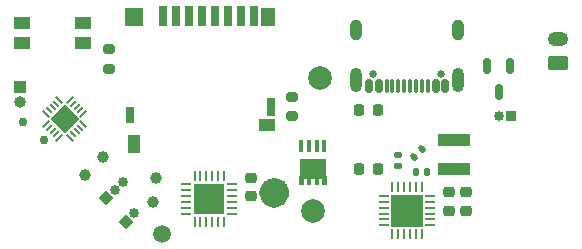
<source format=gbr>
%TF.GenerationSoftware,KiCad,Pcbnew,9.0.1-rc2-202503292320~1d443ca74c~ubuntu24.04.1*%
%TF.CreationDate,2025-04-04T23:21:44+10:00*%
%TF.ProjectId,Stormbreaker,53746f72-6d62-4726-9561-6b65722e6b69,rev?*%
%TF.SameCoordinates,Original*%
%TF.FileFunction,Soldermask,Top*%
%TF.FilePolarity,Negative*%
%FSLAX46Y46*%
G04 Gerber Fmt 4.6, Leading zero omitted, Abs format (unit mm)*
G04 Created by KiCad (PCBNEW 9.0.1-rc2-202503292320~1d443ca74c~ubuntu24.04.1) date 2025-04-04 23:21:44*
%MOMM*%
%LPD*%
G01*
G04 APERTURE LIST*
G04 Aperture macros list*
%AMRoundRect*
0 Rectangle with rounded corners*
0 $1 Rounding radius*
0 $2 $3 $4 $5 $6 $7 $8 $9 X,Y pos of 4 corners*
0 Add a 4 corners polygon primitive as box body*
4,1,4,$2,$3,$4,$5,$6,$7,$8,$9,$2,$3,0*
0 Add four circle primitives for the rounded corners*
1,1,$1+$1,$2,$3*
1,1,$1+$1,$4,$5*
1,1,$1+$1,$6,$7*
1,1,$1+$1,$8,$9*
0 Add four rect primitives between the rounded corners*
20,1,$1+$1,$2,$3,$4,$5,0*
20,1,$1+$1,$4,$5,$6,$7,0*
20,1,$1+$1,$6,$7,$8,$9,0*
20,1,$1+$1,$8,$9,$2,$3,0*%
%AMHorizOval*
0 Thick line with rounded ends*
0 $1 width*
0 $2 $3 position (X,Y) of the first rounded end (center of the circle)*
0 $4 $5 position (X,Y) of the second rounded end (center of the circle)*
0 Add line between two ends*
20,1,$1,$2,$3,$4,$5,0*
0 Add two circle primitives to create the rounded ends*
1,1,$1,$2,$3*
1,1,$1,$4,$5*%
%AMRotRect*
0 Rectangle, with rotation*
0 The origin of the aperture is its center*
0 $1 length*
0 $2 width*
0 $3 Rotation angle, in degrees counterclockwise*
0 Add horizontal line*
21,1,$1,$2,0,0,$3*%
%AMFreePoly0*
4,1,14,0.334644,0.085355,0.385355,0.034644,0.400000,-0.000711,0.400000,-0.050000,0.385355,-0.085355,0.350000,-0.100000,-0.350000,-0.100000,-0.385355,-0.085355,-0.400000,-0.050000,-0.400000,0.050000,-0.385355,0.085355,-0.350000,0.100000,0.299289,0.100000,0.334644,0.085355,0.334644,0.085355,$1*%
%AMFreePoly1*
4,1,14,0.385355,0.085355,0.400000,0.050000,0.400000,0.000711,0.385355,-0.034644,0.334644,-0.085355,0.299289,-0.100000,-0.350000,-0.100000,-0.385355,-0.085355,-0.400000,-0.050000,-0.400000,0.050000,-0.385355,0.085355,-0.350000,0.100000,0.350000,0.100000,0.385355,0.085355,0.385355,0.085355,$1*%
%AMFreePoly2*
4,1,14,0.085355,0.385355,0.100000,0.350000,0.100000,-0.350000,0.085355,-0.385355,0.050000,-0.400000,-0.050000,-0.400000,-0.085355,-0.385355,-0.100000,-0.350000,-0.100000,0.299289,-0.085355,0.334644,-0.034644,0.385355,0.000711,0.400000,0.050000,0.400000,0.085355,0.385355,0.085355,0.385355,$1*%
%AMFreePoly3*
4,1,14,0.034644,0.385355,0.085355,0.334644,0.100000,0.299289,0.100000,-0.350000,0.085355,-0.385355,0.050000,-0.400000,-0.050000,-0.400000,-0.085355,-0.385355,-0.100000,-0.350000,-0.100000,0.350000,-0.085355,0.385355,-0.050000,0.400000,-0.000711,0.400000,0.034644,0.385355,0.034644,0.385355,$1*%
%AMFreePoly4*
4,1,14,0.385355,0.085355,0.400000,0.050000,0.400000,-0.050000,0.385355,-0.085355,0.350000,-0.100000,-0.299289,-0.100000,-0.334644,-0.085355,-0.385355,-0.034644,-0.400000,0.000711,-0.400000,0.050000,-0.385355,0.085355,-0.350000,0.100000,0.350000,0.100000,0.385355,0.085355,0.385355,0.085355,$1*%
%AMFreePoly5*
4,1,14,0.385355,0.085355,0.400000,0.050000,0.400000,-0.050000,0.385355,-0.085355,0.350000,-0.100000,-0.350000,-0.100000,-0.385355,-0.085355,-0.400000,-0.050000,-0.400000,-0.000711,-0.385355,0.034644,-0.334644,0.085355,-0.299289,0.100000,0.350000,0.100000,0.385355,0.085355,0.385355,0.085355,$1*%
%AMFreePoly6*
4,1,14,0.085355,0.385355,0.100000,0.350000,0.100000,-0.299289,0.085355,-0.334644,0.034644,-0.385355,-0.000711,-0.400000,-0.050000,-0.400000,-0.085355,-0.385355,-0.100000,-0.350000,-0.100000,0.350000,-0.085355,0.385355,-0.050000,0.400000,0.050000,0.400000,0.085355,0.385355,0.085355,0.385355,$1*%
%AMFreePoly7*
4,1,14,0.085355,0.385355,0.100000,0.350000,0.100000,-0.350000,0.085355,-0.385355,0.050000,-0.400000,0.000711,-0.400000,-0.034644,-0.385355,-0.085355,-0.334644,-0.100000,-0.299289,-0.100000,0.350000,-0.085355,0.385355,-0.050000,0.400000,0.050000,0.400000,0.085355,0.385355,0.085355,0.385355,$1*%
%AMFreePoly8*
4,1,21,1.372500,0.787500,0.862500,0.787500,0.862500,0.532500,1.372500,0.532500,1.372500,0.127500,0.862500,0.127500,0.862500,-0.127500,1.372500,-0.127500,1.372500,-0.532500,0.862500,-0.532500,0.862500,-0.787500,1.372500,-0.787500,1.372500,-1.195000,0.612500,-1.195000,0.612500,-1.117500,-0.862500,-1.117500,-0.862500,1.117500,0.612500,1.117500,0.612500,1.195000,1.372500,1.195000,
1.372500,0.787500,1.372500,0.787500,$1*%
G04 Aperture macros list end*
%ADD10C,1.300000*%
%ADD11C,1.000000*%
%ADD12RoundRect,0.225000X0.250000X-0.225000X0.250000X0.225000X-0.250000X0.225000X-0.250000X-0.225000X0*%
%ADD13RoundRect,0.062500X-0.350000X-0.062500X0.350000X-0.062500X0.350000X0.062500X-0.350000X0.062500X0*%
%ADD14RoundRect,0.062500X-0.062500X-0.350000X0.062500X-0.350000X0.062500X0.350000X-0.062500X0.350000X0*%
%ADD15R,2.700000X2.700000*%
%ADD16FreePoly0,315.000000*%
%ADD17RoundRect,0.050000X-0.282843X0.212132X0.212132X-0.282843X0.282843X-0.212132X-0.212132X0.282843X0*%
%ADD18FreePoly1,315.000000*%
%ADD19FreePoly2,315.000000*%
%ADD20RoundRect,0.050000X-0.282843X-0.212132X-0.212132X-0.282843X0.282843X0.212132X0.212132X0.282843X0*%
%ADD21FreePoly3,315.000000*%
%ADD22FreePoly4,315.000000*%
%ADD23FreePoly5,315.000000*%
%ADD24FreePoly6,315.000000*%
%ADD25FreePoly7,315.000000*%
%ADD26RotRect,1.700000X1.700000X315.000000*%
%ADD27RoundRect,0.140000X-0.021213X0.219203X-0.219203X0.021213X0.021213X-0.219203X0.219203X-0.021213X0*%
%ADD28RoundRect,0.140000X-0.170000X0.140000X-0.170000X-0.140000X0.170000X-0.140000X0.170000X0.140000X0*%
%ADD29C,0.750000*%
%ADD30RoundRect,0.062500X-0.375000X-0.062500X0.375000X-0.062500X0.375000X0.062500X-0.375000X0.062500X0*%
%ADD31RoundRect,0.062500X-0.062500X-0.375000X0.062500X-0.375000X0.062500X0.375000X-0.062500X0.375000X0*%
%ADD32R,2.500000X2.500000*%
%ADD33RotRect,0.850000X0.850000X135.000000*%
%ADD34HorizOval,0.850000X0.000000X0.000000X0.000000X0.000000X0*%
%ADD35C,0.650000*%
%ADD36RoundRect,0.150000X0.150000X0.425000X-0.150000X0.425000X-0.150000X-0.425000X0.150000X-0.425000X0*%
%ADD37RoundRect,0.075000X0.075000X0.500000X-0.075000X0.500000X-0.075000X-0.500000X0.075000X-0.500000X0*%
%ADD38O,1.000000X2.100000*%
%ADD39O,1.000000X1.800000*%
%ADD40RoundRect,0.225000X0.225000X0.250000X-0.225000X0.250000X-0.225000X-0.250000X0.225000X-0.250000X0*%
%ADD41RoundRect,0.250000X0.625000X-0.350000X0.625000X0.350000X-0.625000X0.350000X-0.625000X-0.350000X0*%
%ADD42O,1.750000X1.200000*%
%ADD43R,1.450000X1.000000*%
%ADD44RoundRect,0.150000X-0.150000X0.512500X-0.150000X-0.512500X0.150000X-0.512500X0.150000X0.512500X0*%
%ADD45R,0.405000X0.990000*%
%ADD46FreePoly8,270.000000*%
%ADD47R,0.700000X1.750000*%
%ADD48R,1.000000X1.550000*%
%ADD49R,0.800000X1.500000*%
%ADD50R,1.300000X1.500000*%
%ADD51R,1.500000X1.500000*%
%ADD52R,0.800000X1.400000*%
%ADD53C,0.850000*%
%ADD54R,0.850000X0.850000*%
%ADD55O,0.850000X0.850000*%
%ADD56R,1.000000X1.000000*%
%ADD57O,1.000000X1.000000*%
%ADD58C,2.000000*%
%ADD59RoundRect,0.200000X0.275000X-0.200000X0.275000X0.200000X-0.275000X0.200000X-0.275000X-0.200000X0*%
%ADD60C,1.500000*%
%ADD61RoundRect,0.200000X-0.275000X0.200000X-0.275000X-0.200000X0.275000X-0.200000X0.275000X0.200000X0*%
%ADD62R,2.700000X1.050000*%
%ADD63RoundRect,0.140000X0.140000X0.170000X-0.140000X0.170000X-0.140000X-0.170000X0.140000X-0.170000X0*%
G04 APERTURE END LIST*
D10*
X137400000Y-57000000D02*
G75*
G02*
X136100000Y-57000000I-650000J0D01*
G01*
X136100000Y-57000000D02*
G75*
G02*
X137400000Y-57000000I650000J0D01*
G01*
D11*
%TO.C,TP1*%
X126500000Y-57750000D03*
%TD*%
D12*
%TO.C,C5*%
X151500000Y-58500000D03*
X151500000Y-56950000D03*
%TD*%
D13*
%TO.C,U1*%
X146037500Y-57250000D03*
X146037500Y-57750000D03*
X146037500Y-58250000D03*
X146037500Y-58750000D03*
X146037500Y-59250000D03*
X146037500Y-59750000D03*
D14*
X146750000Y-60462500D03*
X147250000Y-60462500D03*
X147750000Y-60462500D03*
X148250000Y-60462500D03*
X148750000Y-60462500D03*
X149250000Y-60462500D03*
D13*
X149962500Y-59750000D03*
X149962500Y-59250000D03*
X149962500Y-58750000D03*
X149962500Y-58250000D03*
X149962500Y-57750000D03*
X149962500Y-57250000D03*
D14*
X149250000Y-56537500D03*
X148750000Y-56537500D03*
X148250000Y-56537500D03*
X147750000Y-56537500D03*
X147250000Y-56537500D03*
X146750000Y-56537500D03*
D15*
X148000000Y-58500000D03*
%TD*%
D16*
%TO.C,U3*%
X118540381Y-49159010D03*
D17*
X118257538Y-49441852D03*
X117974695Y-49724695D03*
X117691852Y-50007538D03*
D18*
X117409010Y-50290381D03*
D19*
X117409010Y-51209619D03*
D20*
X117691852Y-51492462D03*
X117974695Y-51775305D03*
X118257538Y-52058148D03*
D21*
X118540381Y-52340990D03*
D22*
X119459619Y-52340990D03*
D17*
X119742462Y-52058148D03*
X120025305Y-51775305D03*
X120308148Y-51492462D03*
D23*
X120590990Y-51209619D03*
D24*
X120590990Y-50290381D03*
D20*
X120308148Y-50007538D03*
X120025305Y-49724695D03*
X119742462Y-49441852D03*
D25*
X119459619Y-49159010D03*
D26*
X119000000Y-50750000D03*
%TD*%
D27*
%TO.C,C4*%
X149279411Y-53250000D03*
X148600589Y-53928822D03*
%TD*%
D11*
%TO.C,TP7*%
X120750000Y-55500000D03*
%TD*%
%TO.C,TP2*%
X126750000Y-55750000D03*
%TD*%
D28*
%TO.C,C7*%
X147250000Y-53790000D03*
X147250000Y-54750000D03*
%TD*%
D29*
%TO.C,TP11*%
X117250000Y-52500000D03*
%TD*%
D30*
%TO.C,U2*%
X129312500Y-56250000D03*
X129312500Y-56750000D03*
X129312500Y-57250000D03*
X129312500Y-57750000D03*
X129312500Y-58250000D03*
X129312500Y-58750000D03*
D31*
X130000000Y-59437500D03*
X130500000Y-59437500D03*
X131000000Y-59437500D03*
X131500000Y-59437500D03*
X132000000Y-59437500D03*
X132500000Y-59437500D03*
D30*
X133187500Y-58750000D03*
X133187500Y-58250000D03*
X133187500Y-57750000D03*
X133187500Y-57250000D03*
X133187500Y-56750000D03*
X133187500Y-56250000D03*
D31*
X132500000Y-55562500D03*
X132000000Y-55562500D03*
X131500000Y-55562500D03*
X131000000Y-55562500D03*
X130500000Y-55562500D03*
X130000000Y-55562500D03*
D32*
X131250000Y-57500000D03*
%TD*%
D12*
%TO.C,C6*%
X153000000Y-58500000D03*
X153000000Y-56950000D03*
%TD*%
D33*
%TO.C,J3*%
X122542893Y-57457107D03*
D34*
X123250000Y-56750000D03*
X123957107Y-56042893D03*
%TD*%
D35*
%TO.C,J2*%
X150890000Y-46915000D03*
X145110000Y-46915000D03*
D36*
X151200000Y-47990000D03*
X150400000Y-47990000D03*
D37*
X149250000Y-47990000D03*
X148250000Y-47990000D03*
X147750000Y-47990000D03*
X146750000Y-47990000D03*
D36*
X145600000Y-47990000D03*
X144800000Y-47990000D03*
X144800000Y-47990000D03*
X145600000Y-47990000D03*
D37*
X146250000Y-47990000D03*
X147250000Y-47990000D03*
X148750000Y-47990000D03*
X149750000Y-47990000D03*
D36*
X150400000Y-47990000D03*
X151200000Y-47990000D03*
D38*
X152320000Y-47415000D03*
D39*
X152320000Y-43235000D03*
D38*
X143680000Y-47415000D03*
D39*
X143680000Y-43235000D03*
%TD*%
D40*
%TO.C,C1*%
X145500000Y-55000000D03*
X143950000Y-55000000D03*
%TD*%
D41*
%TO.C,BT2*%
X160750000Y-46000000D03*
D42*
X160750000Y-44000000D03*
%TD*%
D43*
%TO.C,SW1*%
X115425000Y-42650000D03*
X120575000Y-42650000D03*
X115425000Y-44350000D03*
X120575000Y-44350000D03*
%TD*%
D11*
%TO.C,TP6*%
X122250000Y-54000000D03*
%TD*%
D44*
%TO.C,Q2*%
X156700000Y-46225000D03*
X154800000Y-46225000D03*
X155750000Y-48500000D03*
%TD*%
D45*
%TO.C,Q1*%
X140990000Y-53007500D03*
X140330000Y-53007500D03*
X139670000Y-53007500D03*
X139010000Y-53007500D03*
D46*
X140000000Y-55000000D03*
%TD*%
D40*
%TO.C,C14*%
X145500000Y-50000000D03*
X143950000Y-50000000D03*
%TD*%
D47*
%TO.C,J1*%
X127305000Y-42025000D03*
X128405000Y-42025000D03*
X129505000Y-42025000D03*
X130605000Y-42025000D03*
X131705000Y-42025000D03*
X132805000Y-42025000D03*
X133905000Y-42025000D03*
X135005000Y-42025000D03*
D43*
X136130000Y-51250000D03*
D48*
X124905000Y-52825000D03*
D49*
X136455000Y-49750000D03*
D50*
X136205000Y-42150000D03*
D51*
X124855000Y-42150000D03*
D52*
X124505000Y-50400000D03*
%TD*%
D33*
%TO.C,J5*%
X124191386Y-59426777D03*
D53*
X124898493Y-58719670D03*
%TD*%
D54*
%TO.C,J4*%
X156750000Y-50500000D03*
D55*
X155750000Y-50500000D03*
%TD*%
D12*
%TO.C,C12*%
X134750000Y-57250000D03*
X134750000Y-55700000D03*
%TD*%
D29*
%TO.C,TP10*%
X115500000Y-51000000D03*
%TD*%
D56*
%TO.C,BT1*%
X115250000Y-48000000D03*
D57*
X115250000Y-49270000D03*
%TD*%
D58*
%TO.C,TP5*%
X140000000Y-58500000D03*
%TD*%
D59*
%TO.C,R8*%
X138250000Y-50500000D03*
X138250000Y-48850000D03*
%TD*%
D60*
%TO.C,TP3*%
X127250000Y-60500000D03*
%TD*%
D61*
%TO.C,R5*%
X122750000Y-44850000D03*
X122750000Y-46500000D03*
%TD*%
D62*
%TO.C,L1*%
X152000000Y-55000000D03*
X152000000Y-52550000D03*
%TD*%
D58*
%TO.C,TP8*%
X140625000Y-47250000D03*
%TD*%
D63*
%TO.C,C3*%
X149710000Y-55250000D03*
X148750000Y-55250000D03*
%TD*%
M02*

</source>
